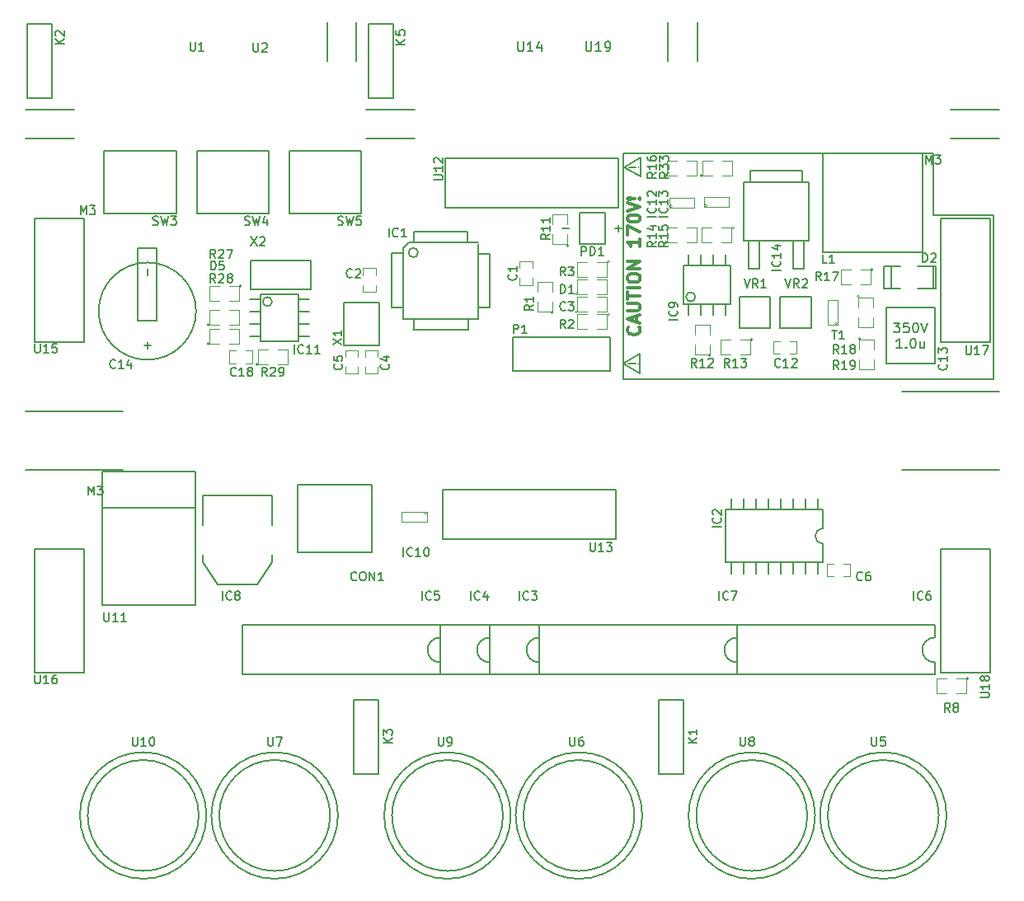
<source format=gto>
G04 (created by PCBNEW (2013-07-07 BZR 4022)-stable) date 2014/09/08 2:45:12*
%MOIN*%
G04 Gerber Fmt 3.4, Leading zero omitted, Abs format*
%FSLAX34Y34*%
G01*
G70*
G90*
G04 APERTURE LIST*
%ADD10C,0.00590551*%
%ADD11C,0.00787402*%
%ADD12C,0.011811*%
%ADD13C,0.005*%
%ADD14C,0.006*%
%ADD15C,0.0031*%
%ADD16C,0.0039*%
%ADD17C,0.0047*%
%ADD18C,0.008*%
G04 APERTURE END LIST*
G54D10*
G54D11*
X0Y30708D02*
X1968Y30708D01*
X13385Y33858D02*
X13385Y35433D01*
X13779Y30708D02*
X15748Y30708D01*
X15748Y31889D02*
X13779Y31889D01*
X25984Y35433D02*
X25984Y33858D01*
X0Y31889D02*
X1968Y31889D01*
X12204Y35433D02*
X12204Y33858D01*
X27165Y33858D02*
X27165Y35433D01*
X12204Y35433D02*
X12204Y33858D01*
X0Y31889D02*
X1968Y31889D01*
X37401Y31889D02*
X39370Y31889D01*
X37401Y30708D02*
X39370Y30708D01*
X35433Y20472D02*
X39370Y20472D01*
X35433Y17322D02*
X39370Y17322D01*
X0Y19685D02*
X3937Y19685D01*
X3937Y17322D02*
X0Y17322D01*
X35112Y23265D02*
X35356Y23265D01*
X35224Y23115D01*
X35281Y23115D01*
X35318Y23097D01*
X35337Y23078D01*
X35356Y23040D01*
X35356Y22947D01*
X35337Y22909D01*
X35318Y22890D01*
X35281Y22872D01*
X35168Y22872D01*
X35131Y22890D01*
X35112Y22909D01*
X35712Y23265D02*
X35524Y23265D01*
X35506Y23078D01*
X35524Y23097D01*
X35562Y23115D01*
X35656Y23115D01*
X35693Y23097D01*
X35712Y23078D01*
X35731Y23040D01*
X35731Y22947D01*
X35712Y22909D01*
X35693Y22890D01*
X35656Y22872D01*
X35562Y22872D01*
X35524Y22890D01*
X35506Y22909D01*
X35974Y23265D02*
X36012Y23265D01*
X36049Y23247D01*
X36068Y23228D01*
X36087Y23190D01*
X36106Y23115D01*
X36106Y23022D01*
X36087Y22947D01*
X36068Y22909D01*
X36049Y22890D01*
X36012Y22872D01*
X35974Y22872D01*
X35937Y22890D01*
X35918Y22909D01*
X35899Y22947D01*
X35881Y23022D01*
X35881Y23115D01*
X35899Y23190D01*
X35918Y23228D01*
X35937Y23247D01*
X35974Y23265D01*
X36218Y23265D02*
X36349Y22872D01*
X36481Y23265D01*
X35440Y22242D02*
X35215Y22242D01*
X35328Y22242D02*
X35328Y22635D01*
X35290Y22579D01*
X35253Y22542D01*
X35215Y22523D01*
X35609Y22279D02*
X35628Y22260D01*
X35609Y22242D01*
X35590Y22260D01*
X35609Y22279D01*
X35609Y22242D01*
X35871Y22635D02*
X35909Y22635D01*
X35946Y22617D01*
X35965Y22598D01*
X35984Y22560D01*
X36002Y22485D01*
X36002Y22392D01*
X35984Y22317D01*
X35965Y22279D01*
X35946Y22260D01*
X35909Y22242D01*
X35871Y22242D01*
X35834Y22260D01*
X35815Y22279D01*
X35796Y22317D01*
X35778Y22392D01*
X35778Y22485D01*
X35796Y22560D01*
X35815Y22598D01*
X35834Y22617D01*
X35871Y22635D01*
X36340Y22504D02*
X36340Y22242D01*
X36171Y22504D02*
X36171Y22298D01*
X36190Y22260D01*
X36227Y22242D01*
X36284Y22242D01*
X36321Y22260D01*
X36340Y22279D01*
X35000Y24685D02*
X35039Y24685D01*
X35000Y25551D02*
X35000Y24685D01*
X39143Y21003D02*
X24183Y21003D01*
X39143Y21082D02*
X39143Y21003D01*
X39143Y27618D02*
X39143Y21082D01*
X36702Y27618D02*
X39143Y27618D01*
X36702Y30137D02*
X36702Y27618D01*
X24183Y30137D02*
X36702Y30137D01*
X24183Y21003D02*
X24183Y30137D01*
X24868Y29963D02*
X24868Y29176D01*
X24868Y29176D02*
X24191Y29570D01*
X24868Y29963D02*
X24191Y29570D01*
X24790Y29560D02*
G75*
G03X24790Y29560I-9J0D01*
G74*
G01*
X24681Y29560D02*
X24396Y29560D01*
X24396Y29560D02*
X24396Y29570D01*
X24406Y29570D02*
X24681Y29570D01*
X24394Y21625D02*
X24670Y21625D01*
X24384Y21615D02*
X24384Y21625D01*
X24670Y21615D02*
X24384Y21615D01*
X24778Y21615D02*
G75*
G03X24778Y21615I-9J0D01*
G74*
G01*
X24857Y22018D02*
X24180Y21625D01*
X24857Y21231D02*
X24180Y21625D01*
X24857Y22018D02*
X24857Y21231D01*
G54D12*
X24804Y23101D02*
X24828Y23077D01*
X24852Y23004D01*
X24852Y22955D01*
X24828Y22882D01*
X24779Y22833D01*
X24730Y22809D01*
X24633Y22784D01*
X24560Y22784D01*
X24462Y22809D01*
X24414Y22833D01*
X24365Y22882D01*
X24341Y22955D01*
X24341Y23004D01*
X24365Y23077D01*
X24389Y23101D01*
X24706Y23296D02*
X24706Y23540D01*
X24852Y23248D02*
X24341Y23418D01*
X24852Y23589D01*
X24341Y23759D02*
X24755Y23759D01*
X24804Y23784D01*
X24828Y23808D01*
X24852Y23857D01*
X24852Y23954D01*
X24828Y24003D01*
X24804Y24027D01*
X24755Y24052D01*
X24341Y24052D01*
X24341Y24222D02*
X24341Y24515D01*
X24852Y24369D02*
X24341Y24369D01*
X24852Y24685D02*
X24341Y24685D01*
X24341Y25027D02*
X24341Y25124D01*
X24365Y25173D01*
X24414Y25222D01*
X24511Y25246D01*
X24682Y25246D01*
X24779Y25222D01*
X24828Y25173D01*
X24852Y25124D01*
X24852Y25027D01*
X24828Y24978D01*
X24779Y24929D01*
X24682Y24905D01*
X24511Y24905D01*
X24414Y24929D01*
X24365Y24978D01*
X24341Y25027D01*
X24852Y25465D02*
X24341Y25465D01*
X24852Y25758D01*
X24341Y25758D01*
X24852Y26660D02*
X24852Y26367D01*
X24852Y26513D02*
X24341Y26513D01*
X24414Y26465D01*
X24462Y26416D01*
X24487Y26367D01*
X24341Y26830D02*
X24341Y27171D01*
X24852Y26952D01*
X24341Y27464D02*
X24341Y27513D01*
X24365Y27561D01*
X24389Y27586D01*
X24438Y27610D01*
X24535Y27634D01*
X24657Y27634D01*
X24755Y27610D01*
X24804Y27586D01*
X24828Y27561D01*
X24852Y27513D01*
X24852Y27464D01*
X24828Y27415D01*
X24804Y27391D01*
X24755Y27366D01*
X24657Y27342D01*
X24535Y27342D01*
X24438Y27366D01*
X24389Y27391D01*
X24365Y27415D01*
X24341Y27464D01*
X24341Y27781D02*
X24852Y27951D01*
X24341Y28122D01*
X24804Y28293D02*
X24828Y28317D01*
X24852Y28293D01*
X24828Y28268D01*
X24804Y28293D01*
X24852Y28293D01*
X24657Y28293D02*
X24365Y28268D01*
X24341Y28293D01*
X24365Y28317D01*
X24657Y28293D01*
X24341Y28293D01*
G54D10*
X1090Y35358D02*
X1090Y32358D01*
X1090Y32358D02*
X90Y32358D01*
X90Y32358D02*
X90Y35358D01*
X90Y35358D02*
X1090Y35358D01*
X32244Y13582D02*
X32244Y14330D01*
X31929Y14645D02*
G75*
G03X32244Y14330I314J0D01*
G74*
G01*
X32244Y14960D02*
G75*
G03X31929Y14645I0J-314D01*
G74*
G01*
X32244Y14960D02*
X32244Y15708D01*
X28307Y13582D02*
X32244Y13582D01*
X32244Y15708D02*
X28307Y15708D01*
X28307Y15708D02*
X28307Y13582D01*
G54D13*
X31025Y13550D02*
X31025Y13120D01*
X30525Y13550D02*
X30525Y13120D01*
X30025Y13550D02*
X30025Y13120D01*
X31525Y13550D02*
X31525Y13120D01*
X32025Y13120D02*
X32025Y13550D01*
X29525Y13120D02*
X29525Y13550D01*
X29025Y13120D02*
X29025Y13550D01*
X28525Y13120D02*
X28525Y13550D01*
X28525Y15740D02*
X28525Y16170D01*
X29025Y15740D02*
X29025Y16170D01*
X29525Y15740D02*
X29525Y16170D01*
X32025Y15740D02*
X32025Y16170D01*
X31525Y16170D02*
X31525Y15740D01*
X30025Y16170D02*
X30025Y15740D01*
X30525Y16170D02*
X30525Y15740D01*
X31025Y16170D02*
X31025Y15740D01*
G54D10*
X28758Y10541D02*
G75*
G03X28258Y10041I0J-500D01*
G74*
G01*
X28258Y10041D02*
G75*
G03X28758Y9541I500J0D01*
G74*
G01*
X28758Y9541D02*
X28758Y9041D01*
X28758Y9041D02*
X20758Y9041D01*
X20758Y9041D02*
X20758Y11041D01*
X20758Y11041D02*
X28758Y11041D01*
X28758Y11041D02*
X28758Y10541D01*
G54D14*
X18781Y23890D02*
X18331Y23890D01*
X18781Y26070D02*
X18341Y26070D01*
X18781Y23890D02*
X18781Y26070D01*
X17901Y23420D02*
X17901Y22990D01*
X15691Y23410D02*
X15691Y22990D01*
X15681Y22990D02*
X17901Y22980D01*
X15701Y26960D02*
X17871Y26970D01*
X15271Y26270D02*
X15271Y23440D01*
X17881Y26960D02*
X17881Y26550D01*
X15521Y26510D02*
X18301Y26510D01*
X18321Y23430D02*
X18321Y26470D01*
X15271Y23430D02*
X18271Y23430D01*
X14821Y26100D02*
X14821Y23880D01*
X14821Y23880D02*
X15271Y23880D01*
X15275Y26280D02*
X15505Y26510D01*
X14823Y26100D02*
X15275Y26100D01*
X15701Y26510D02*
X15701Y26962D01*
X15871Y26106D02*
G75*
G03X15871Y26106I-188J0D01*
G74*
G01*
G54D10*
X14014Y13974D02*
X11022Y13974D01*
X11022Y13974D02*
X11022Y16730D01*
X11022Y16730D02*
X14014Y16730D01*
X14014Y16730D02*
X14014Y13974D01*
X3129Y15787D02*
X6889Y15787D01*
X3110Y11850D02*
X3110Y17263D01*
X3110Y17263D02*
X6889Y17263D01*
X6889Y17263D02*
X6889Y11850D01*
X6889Y11850D02*
X3110Y11850D01*
X36262Y30121D02*
X32246Y30121D01*
X32246Y30121D02*
X32246Y26105D01*
X32246Y26105D02*
X36262Y26105D01*
X36262Y26105D02*
X36262Y30121D01*
G54D13*
X26611Y25586D02*
X26611Y24026D01*
X26611Y24026D02*
X28511Y24026D01*
X28511Y24026D02*
X28511Y25586D01*
X28511Y25586D02*
X26611Y25586D01*
X26811Y25586D02*
X26811Y26016D01*
X27311Y25586D02*
X27311Y26016D01*
X27811Y25586D02*
X27811Y26016D01*
X28311Y26016D02*
X28311Y25586D01*
X28311Y24026D02*
X28311Y23596D01*
X27811Y23596D02*
X27811Y24026D01*
X27311Y23596D02*
X27311Y24026D01*
X26811Y23596D02*
X26811Y24026D01*
X27087Y24316D02*
G75*
G03X27087Y24316I-186J0D01*
G74*
G01*
G54D15*
X32838Y23237D02*
G75*
G03X32838Y23237I-62J0D01*
G74*
G01*
X32437Y24200D02*
X32837Y24200D01*
X32437Y23175D02*
X32837Y23175D01*
X32837Y24200D02*
X32837Y23175D01*
X32437Y23175D02*
X32437Y24200D01*
G54D13*
X11055Y24414D02*
X9495Y24414D01*
X9495Y24414D02*
X9495Y22514D01*
X9495Y22514D02*
X11055Y22514D01*
X11055Y22514D02*
X11055Y24414D01*
X11055Y24214D02*
X11485Y24214D01*
X11055Y23714D02*
X11485Y23714D01*
X11055Y23214D02*
X11485Y23214D01*
X11485Y22714D02*
X11055Y22714D01*
X9495Y22714D02*
X9065Y22714D01*
X9065Y23214D02*
X9495Y23214D01*
X9065Y23714D02*
X9495Y23714D01*
X9065Y24214D02*
X9495Y24214D01*
X9971Y24124D02*
G75*
G03X9971Y24124I-186J0D01*
G74*
G01*
X36708Y24668D02*
X36808Y24668D01*
X36808Y24668D02*
X36808Y25568D01*
X36808Y25568D02*
X36708Y25568D01*
X36708Y24668D02*
X36708Y25568D01*
X36708Y25568D02*
X36058Y25568D01*
X35358Y24668D02*
X34708Y24668D01*
X34708Y24668D02*
X34708Y25568D01*
X34708Y25568D02*
X35358Y25568D01*
X36058Y24668D02*
X36708Y24668D01*
G54D16*
X25938Y26514D02*
G75*
G03X25938Y26514I-50J0D01*
G74*
G01*
X26338Y26514D02*
X25938Y26514D01*
X25938Y26514D02*
X25938Y27114D01*
X25938Y27114D02*
X26338Y27114D01*
X26738Y27114D02*
X27138Y27114D01*
X27138Y27114D02*
X27138Y26514D01*
X27138Y26514D02*
X26738Y26514D01*
X33768Y22621D02*
G75*
G03X33768Y22621I-50J0D01*
G74*
G01*
X33718Y22171D02*
X33718Y22571D01*
X33718Y22571D02*
X34318Y22571D01*
X34318Y22571D02*
X34318Y22171D01*
X34318Y21771D02*
X34318Y21371D01*
X34318Y21371D02*
X33718Y21371D01*
X33718Y21371D02*
X33718Y21771D01*
X33726Y24350D02*
G75*
G03X33726Y24350I-50J0D01*
G74*
G01*
X33676Y23900D02*
X33676Y24300D01*
X33676Y24300D02*
X34276Y24300D01*
X34276Y24300D02*
X34276Y23900D01*
X34276Y23500D02*
X34276Y23100D01*
X34276Y23100D02*
X33676Y23100D01*
X33676Y23100D02*
X33676Y23500D01*
X34282Y25418D02*
G75*
G03X34282Y25418I-50J0D01*
G74*
G01*
X33782Y25418D02*
X34182Y25418D01*
X34182Y25418D02*
X34182Y24818D01*
X34182Y24818D02*
X33782Y24818D01*
X33382Y24818D02*
X32982Y24818D01*
X32982Y24818D02*
X32982Y25418D01*
X32982Y25418D02*
X33382Y25418D01*
X21974Y26397D02*
G75*
G03X21974Y26397I-50J0D01*
G74*
G01*
X21924Y26847D02*
X21924Y26447D01*
X21924Y26447D02*
X21324Y26447D01*
X21324Y26447D02*
X21324Y26847D01*
X21324Y27247D02*
X21324Y27647D01*
X21324Y27647D02*
X21924Y27647D01*
X21924Y27647D02*
X21924Y27247D01*
X27712Y21948D02*
G75*
G03X27712Y21948I-50J0D01*
G74*
G01*
X27662Y22398D02*
X27662Y21998D01*
X27662Y21998D02*
X27062Y21998D01*
X27062Y21998D02*
X27062Y22398D01*
X27062Y22798D02*
X27062Y23198D01*
X27062Y23198D02*
X27662Y23198D01*
X27662Y23198D02*
X27662Y22798D01*
X29400Y22583D02*
G75*
G03X29400Y22583I-50J0D01*
G74*
G01*
X28900Y22583D02*
X29300Y22583D01*
X29300Y22583D02*
X29300Y21983D01*
X29300Y21983D02*
X28900Y21983D01*
X28500Y21983D02*
X28100Y21983D01*
X28100Y21983D02*
X28100Y22583D01*
X28100Y22583D02*
X28500Y22583D01*
X28655Y27114D02*
G75*
G03X28655Y27114I-50J0D01*
G74*
G01*
X28155Y27114D02*
X28555Y27114D01*
X28555Y27114D02*
X28555Y26514D01*
X28555Y26514D02*
X28155Y26514D01*
X27755Y26514D02*
X27355Y26514D01*
X27355Y26514D02*
X27355Y27114D01*
X27355Y27114D02*
X27755Y27114D01*
X25945Y29227D02*
G75*
G03X25945Y29227I-50J0D01*
G74*
G01*
X26345Y29227D02*
X25945Y29227D01*
X25945Y29227D02*
X25945Y29827D01*
X25945Y29827D02*
X26345Y29827D01*
X26745Y29827D02*
X27145Y29827D01*
X27145Y29827D02*
X27145Y29227D01*
X27145Y29227D02*
X26745Y29227D01*
X7441Y22416D02*
G75*
G03X7441Y22416I-50J0D01*
G74*
G01*
X7841Y22416D02*
X7441Y22416D01*
X7441Y22416D02*
X7441Y23016D01*
X7441Y23016D02*
X7841Y23016D01*
X8241Y23016D02*
X8641Y23016D01*
X8641Y23016D02*
X8641Y22416D01*
X8641Y22416D02*
X8241Y22416D01*
X8741Y24748D02*
G75*
G03X8741Y24748I-50J0D01*
G74*
G01*
X8241Y24748D02*
X8641Y24748D01*
X8641Y24748D02*
X8641Y24148D01*
X8641Y24148D02*
X8241Y24148D01*
X7841Y24148D02*
X7441Y24148D01*
X7441Y24148D02*
X7441Y24748D01*
X7441Y24748D02*
X7841Y24748D01*
X22323Y23715D02*
G75*
G03X22323Y23715I-50J0D01*
G74*
G01*
X22723Y23715D02*
X22323Y23715D01*
X22323Y23715D02*
X22323Y24315D01*
X22323Y24315D02*
X22723Y24315D01*
X23123Y24315D02*
X23523Y24315D01*
X23523Y24315D02*
X23523Y23715D01*
X23523Y23715D02*
X23123Y23715D01*
X23623Y25733D02*
G75*
G03X23623Y25733I-50J0D01*
G74*
G01*
X23123Y25733D02*
X23523Y25733D01*
X23523Y25733D02*
X23523Y25133D01*
X23523Y25133D02*
X23123Y25133D01*
X22723Y25133D02*
X22323Y25133D01*
X22323Y25133D02*
X22323Y25733D01*
X22323Y25733D02*
X22723Y25733D01*
X22323Y24424D02*
G75*
G03X22323Y24424I-50J0D01*
G74*
G01*
X22723Y24424D02*
X22323Y24424D01*
X22323Y24424D02*
X22323Y25024D01*
X22323Y25024D02*
X22723Y25024D01*
X23123Y25024D02*
X23523Y25024D01*
X23523Y25024D02*
X23523Y24424D01*
X23523Y24424D02*
X23123Y24424D01*
X23623Y23607D02*
G75*
G03X23623Y23607I-50J0D01*
G74*
G01*
X23123Y23607D02*
X23523Y23607D01*
X23523Y23607D02*
X23523Y23007D01*
X23523Y23007D02*
X23123Y23007D01*
X22723Y23007D02*
X22323Y23007D01*
X22323Y23007D02*
X22323Y23607D01*
X22323Y23607D02*
X22723Y23607D01*
X7441Y23203D02*
G75*
G03X7441Y23203I-50J0D01*
G74*
G01*
X7841Y23203D02*
X7441Y23203D01*
X7441Y23203D02*
X7441Y23803D01*
X7441Y23803D02*
X7841Y23803D01*
X8241Y23803D02*
X8641Y23803D01*
X8641Y23803D02*
X8641Y23203D01*
X8641Y23203D02*
X8241Y23203D01*
X9409Y21589D02*
G75*
G03X9409Y21589I-50J0D01*
G74*
G01*
X9809Y21589D02*
X9409Y21589D01*
X9409Y21589D02*
X9409Y22189D01*
X9409Y22189D02*
X9809Y22189D01*
X10209Y22189D02*
X10609Y22189D01*
X10609Y22189D02*
X10609Y21589D01*
X10609Y21589D02*
X10209Y21589D01*
X38140Y8882D02*
G75*
G03X38140Y8882I-50J0D01*
G74*
G01*
X37640Y8882D02*
X38040Y8882D01*
X38040Y8882D02*
X38040Y8282D01*
X38040Y8282D02*
X37640Y8282D01*
X37240Y8282D02*
X36840Y8282D01*
X36840Y8282D02*
X36840Y8882D01*
X36840Y8882D02*
X37240Y8882D01*
X21344Y23680D02*
G75*
G03X21344Y23680I-50J0D01*
G74*
G01*
X21294Y24130D02*
X21294Y23730D01*
X21294Y23730D02*
X20694Y23730D01*
X20694Y23730D02*
X20694Y24130D01*
X20694Y24530D02*
X20694Y24930D01*
X20694Y24930D02*
X21294Y24930D01*
X21294Y24930D02*
X21294Y24530D01*
G54D17*
X8513Y22145D02*
X8238Y22145D01*
X8907Y22145D02*
X9182Y22145D01*
X8513Y21633D02*
X8238Y21633D01*
X9182Y21633D02*
X8907Y21633D01*
X8238Y21639D02*
X8238Y22139D01*
X9182Y22139D02*
X9182Y21639D01*
X32677Y13523D02*
X32402Y13523D01*
X33071Y13523D02*
X33346Y13523D01*
X32677Y13011D02*
X32402Y13011D01*
X33346Y13011D02*
X33071Y13011D01*
X32402Y13017D02*
X32402Y13517D01*
X33346Y13517D02*
X33346Y13017D01*
X20502Y25472D02*
X20502Y25747D01*
X20502Y25078D02*
X20502Y24803D01*
X19990Y25472D02*
X19990Y25747D01*
X19990Y24803D02*
X19990Y25078D01*
X19996Y25747D02*
X20496Y25747D01*
X20496Y24803D02*
X19996Y24803D01*
X12942Y21495D02*
X12942Y21220D01*
X12942Y21889D02*
X12942Y22164D01*
X13454Y21495D02*
X13454Y21220D01*
X13454Y22164D02*
X13454Y21889D01*
X13448Y21220D02*
X12948Y21220D01*
X12948Y22164D02*
X13448Y22164D01*
X13730Y21495D02*
X13730Y21220D01*
X13730Y21889D02*
X13730Y22164D01*
X14242Y21495D02*
X14242Y21220D01*
X14242Y22164D02*
X14242Y21889D01*
X14236Y21220D02*
X13736Y21220D01*
X13736Y22164D02*
X14236Y22164D01*
X13651Y24803D02*
X13651Y24528D01*
X13651Y25197D02*
X13651Y25472D01*
X14163Y24803D02*
X14163Y24528D01*
X14163Y25472D02*
X14163Y25197D01*
X14157Y24528D02*
X13657Y24528D01*
X13657Y25472D02*
X14157Y25472D01*
X30915Y22007D02*
X31190Y22007D01*
X30521Y22007D02*
X30246Y22007D01*
X30915Y22519D02*
X31190Y22519D01*
X30246Y22519D02*
X30521Y22519D01*
X31190Y22513D02*
X31190Y22013D01*
X30246Y22013D02*
X30246Y22513D01*
G54D18*
X9982Y15088D02*
X9982Y16288D01*
X9982Y16288D02*
X7182Y16288D01*
X7182Y16288D02*
X7182Y15088D01*
X9982Y13888D02*
X9982Y13588D01*
X9982Y13588D02*
X9382Y12688D01*
X9382Y12688D02*
X7782Y12688D01*
X7782Y12688D02*
X7182Y13588D01*
X7182Y13588D02*
X7182Y13888D01*
G54D10*
X30118Y23070D02*
X30118Y24330D01*
X30118Y24330D02*
X28858Y24330D01*
X28858Y24330D02*
X28858Y23070D01*
X28858Y23070D02*
X30118Y23070D01*
X31771Y23070D02*
X31771Y24330D01*
X31771Y24330D02*
X30511Y24330D01*
X30511Y24330D02*
X30511Y23070D01*
X30511Y23070D02*
X31771Y23070D01*
X36771Y21633D02*
X34803Y21633D01*
X34803Y21633D02*
X34803Y23877D01*
X34803Y23877D02*
X36771Y23877D01*
X36771Y23877D02*
X36771Y21633D01*
X23454Y26456D02*
X23454Y27716D01*
X23454Y27716D02*
X22391Y27716D01*
X22391Y27716D02*
X22391Y26456D01*
X22391Y26456D02*
X23454Y26456D01*
X12637Y3346D02*
G75*
G03X12637Y3346I-2559J0D01*
G74*
G01*
X12322Y3346D02*
G75*
G03X12322Y3346I-2244J0D01*
G74*
G01*
X7322Y3346D02*
G75*
G03X7322Y3346I-2559J0D01*
G74*
G01*
X7007Y3346D02*
G75*
G03X7007Y3346I-2244J0D01*
G74*
G01*
X19624Y3344D02*
G75*
G03X19624Y3344I-2559J0D01*
G74*
G01*
X19309Y3344D02*
G75*
G03X19309Y3344I-2244J0D01*
G74*
G01*
X24939Y3344D02*
G75*
G03X24939Y3344I-2559J0D01*
G74*
G01*
X24624Y3344D02*
G75*
G03X24624Y3344I-2244J0D01*
G74*
G01*
X31927Y3344D02*
G75*
G03X31927Y3344I-2559J0D01*
G74*
G01*
X31612Y3344D02*
G75*
G03X31612Y3344I-2244J0D01*
G74*
G01*
X37242Y3344D02*
G75*
G03X37242Y3344I-2559J0D01*
G74*
G01*
X36927Y3344D02*
G75*
G03X36927Y3344I-2244J0D01*
G74*
G01*
X5324Y23346D02*
X5324Y26299D01*
X4537Y26299D02*
X4537Y23346D01*
X4537Y26299D02*
X5324Y26299D01*
X5324Y23346D02*
X4537Y23346D01*
X6899Y23740D02*
G75*
G03X6899Y23740I-1968J0D01*
G74*
G01*
X11535Y24606D02*
X11535Y25787D01*
X11535Y25787D02*
X9094Y25787D01*
X9094Y25787D02*
X9094Y24606D01*
X9094Y24606D02*
X11535Y24606D01*
X12883Y22362D02*
X14301Y22362D01*
X14301Y22362D02*
X14301Y24094D01*
X14301Y24094D02*
X12883Y24094D01*
X12883Y24094D02*
X12883Y22362D01*
X19694Y22696D02*
X23631Y22696D01*
X23631Y22696D02*
X23631Y21318D01*
X23631Y21318D02*
X19694Y21318D01*
X19694Y21318D02*
X19694Y22696D01*
X14279Y8035D02*
X14279Y5035D01*
X14279Y5035D02*
X13279Y5035D01*
X13279Y5035D02*
X13279Y8035D01*
X13279Y8035D02*
X14279Y8035D01*
X26602Y8035D02*
X26602Y5035D01*
X26602Y5035D02*
X25602Y5035D01*
X25602Y5035D02*
X25602Y8035D01*
X25602Y8035D02*
X26602Y8035D01*
X18758Y9541D02*
X18758Y9041D01*
X18758Y9041D02*
X16758Y9041D01*
X16758Y9041D02*
X16758Y11041D01*
X16758Y11041D02*
X18758Y11041D01*
X18758Y11041D02*
X18758Y10541D01*
X18758Y10541D02*
G75*
G03X18258Y10041I0J-500D01*
G74*
G01*
X18258Y10041D02*
G75*
G03X18758Y9541I500J0D01*
G74*
G01*
X20758Y9541D02*
X20758Y9041D01*
X20758Y9041D02*
X18758Y9041D01*
X18758Y9041D02*
X18758Y11041D01*
X18758Y11041D02*
X20758Y11041D01*
X20758Y11041D02*
X20758Y10541D01*
X20758Y10541D02*
G75*
G03X20258Y10041I0J-500D01*
G74*
G01*
X20258Y10041D02*
G75*
G03X20758Y9541I500J0D01*
G74*
G01*
X36992Y27500D02*
X38992Y27500D01*
X38992Y27500D02*
X38992Y22500D01*
X38992Y22500D02*
X36992Y22500D01*
X36992Y22500D02*
X36992Y27500D01*
X377Y27500D02*
X2377Y27500D01*
X2377Y27500D02*
X2377Y22500D01*
X2377Y22500D02*
X377Y22500D01*
X377Y22500D02*
X377Y27500D01*
X36992Y14114D02*
X38992Y14114D01*
X38992Y14114D02*
X38992Y9114D01*
X38992Y9114D02*
X36992Y9114D01*
X36992Y9114D02*
X36992Y14114D01*
X377Y14114D02*
X2377Y14114D01*
X2377Y14114D02*
X2377Y9114D01*
X2377Y9114D02*
X377Y9114D01*
X377Y9114D02*
X377Y14114D01*
X16758Y10541D02*
G75*
G03X16258Y10041I0J-500D01*
G74*
G01*
X16258Y10041D02*
G75*
G03X16758Y9541I500J0D01*
G74*
G01*
X16758Y9541D02*
X16758Y9041D01*
X16758Y9041D02*
X8758Y9041D01*
X8758Y9041D02*
X8758Y11041D01*
X8758Y11041D02*
X16758Y11041D01*
X16758Y11041D02*
X16758Y10541D01*
X36758Y10541D02*
G75*
G03X36258Y10041I0J-500D01*
G74*
G01*
X36258Y10041D02*
G75*
G03X36758Y9541I500J0D01*
G74*
G01*
X36758Y9541D02*
X36758Y9041D01*
X36758Y9041D02*
X28758Y9041D01*
X28758Y9041D02*
X28758Y11041D01*
X28758Y11041D02*
X36758Y11041D01*
X36758Y11041D02*
X36758Y10541D01*
X3188Y27677D02*
X3188Y30236D01*
X3188Y30236D02*
X6102Y30236D01*
X6102Y30236D02*
X6102Y27677D01*
X6102Y27677D02*
X3188Y27677D01*
X6929Y27677D02*
X6929Y30236D01*
X6929Y30236D02*
X9842Y30236D01*
X9842Y30236D02*
X9842Y27677D01*
X9842Y27677D02*
X6929Y27677D01*
X10669Y27677D02*
X10669Y30236D01*
X10669Y30236D02*
X13582Y30236D01*
X13582Y30236D02*
X13582Y27677D01*
X13582Y27677D02*
X10669Y27677D01*
G54D15*
X26154Y27972D02*
G75*
G03X26154Y27972I-62J0D01*
G74*
G01*
X27055Y28310D02*
X27055Y27910D01*
X26030Y28310D02*
X26030Y27910D01*
X27055Y27910D02*
X26030Y27910D01*
X26030Y28310D02*
X27055Y28310D01*
X27555Y28014D02*
G75*
G03X27555Y28014I-62J0D01*
G74*
G01*
X28455Y28352D02*
X28455Y27952D01*
X27430Y28352D02*
X27430Y27952D01*
X28455Y27952D02*
X27430Y27952D01*
X27430Y28352D02*
X28455Y28352D01*
X16234Y15571D02*
G75*
G03X16234Y15571I-62J0D01*
G74*
G01*
X15208Y15233D02*
X15208Y15633D01*
X16233Y15233D02*
X16233Y15633D01*
X15208Y15633D02*
X16233Y15633D01*
X16233Y15233D02*
X15208Y15233D01*
G54D13*
X29292Y28952D02*
X29292Y29422D01*
X29292Y29422D02*
X31422Y29422D01*
X31422Y29422D02*
X31422Y28947D01*
X31037Y26587D02*
X31037Y25442D01*
X31487Y25442D02*
X31487Y26587D01*
X31037Y25442D02*
X31487Y25442D01*
X29227Y25442D02*
X29677Y25442D01*
X29677Y25442D02*
X29677Y26587D01*
X29227Y26587D02*
X29227Y25442D01*
X31677Y26587D02*
X31677Y28947D01*
X31677Y28947D02*
X29037Y28947D01*
X29037Y28947D02*
X29037Y26587D01*
X31677Y26587D02*
X29037Y26587D01*
G54D16*
X27372Y29217D02*
G75*
G03X27372Y29217I-50J0D01*
G74*
G01*
X27772Y29217D02*
X27372Y29217D01*
X27372Y29217D02*
X27372Y29817D01*
X27372Y29817D02*
X27772Y29817D01*
X28172Y29817D02*
X28572Y29817D01*
X28572Y29817D02*
X28572Y29217D01*
X28572Y29217D02*
X28172Y29217D01*
G54D10*
X16982Y27937D02*
X23982Y27937D01*
X23982Y27937D02*
X23982Y29937D01*
X23982Y29937D02*
X16982Y29937D01*
X16982Y29937D02*
X16982Y27937D01*
X16864Y14511D02*
X23864Y14511D01*
X23864Y14511D02*
X23864Y16511D01*
X23864Y16511D02*
X16864Y16511D01*
X16864Y16511D02*
X16864Y14511D01*
X14870Y35358D02*
X14870Y32358D01*
X14870Y32358D02*
X13870Y32358D01*
X13870Y32358D02*
X13870Y35358D01*
X13870Y35358D02*
X14870Y35358D01*
G54D11*
X1560Y34541D02*
X1206Y34541D01*
X1560Y34744D02*
X1358Y34592D01*
X1206Y34744D02*
X1408Y34541D01*
X1240Y34879D02*
X1223Y34895D01*
X1206Y34929D01*
X1206Y35014D01*
X1223Y35047D01*
X1240Y35064D01*
X1273Y35081D01*
X1307Y35081D01*
X1358Y35064D01*
X1560Y34862D01*
X1560Y35081D01*
X28135Y15008D02*
X27781Y15008D01*
X28101Y15379D02*
X28118Y15362D01*
X28135Y15312D01*
X28135Y15278D01*
X28118Y15227D01*
X28084Y15194D01*
X28051Y15177D01*
X27983Y15160D01*
X27933Y15160D01*
X27865Y15177D01*
X27831Y15194D01*
X27798Y15227D01*
X27781Y15278D01*
X27781Y15312D01*
X27798Y15362D01*
X27814Y15379D01*
X27814Y15514D02*
X27798Y15531D01*
X27781Y15565D01*
X27781Y15649D01*
X27798Y15683D01*
X27814Y15700D01*
X27848Y15717D01*
X27882Y15717D01*
X27933Y15700D01*
X28135Y15497D01*
X28135Y15717D01*
X28039Y12061D02*
X28039Y12415D01*
X28411Y12095D02*
X28394Y12078D01*
X28343Y12061D01*
X28309Y12061D01*
X28259Y12078D01*
X28225Y12111D01*
X28208Y12145D01*
X28191Y12213D01*
X28191Y12263D01*
X28208Y12331D01*
X28225Y12365D01*
X28259Y12398D01*
X28309Y12415D01*
X28343Y12415D01*
X28394Y12398D01*
X28411Y12381D01*
X28529Y12415D02*
X28765Y12415D01*
X28613Y12061D01*
X14693Y26746D02*
X14693Y27100D01*
X15064Y26780D02*
X15047Y26763D01*
X14997Y26746D01*
X14963Y26746D01*
X14912Y26763D01*
X14879Y26796D01*
X14862Y26830D01*
X14845Y26898D01*
X14845Y26948D01*
X14862Y27016D01*
X14879Y27050D01*
X14912Y27083D01*
X14963Y27100D01*
X14997Y27100D01*
X15047Y27083D01*
X15064Y27066D01*
X15402Y26746D02*
X15199Y26746D01*
X15300Y26746D02*
X15300Y27100D01*
X15267Y27050D01*
X15233Y27016D01*
X15199Y26999D01*
X13388Y12882D02*
X13371Y12865D01*
X13321Y12848D01*
X13287Y12848D01*
X13236Y12865D01*
X13203Y12899D01*
X13186Y12933D01*
X13169Y13000D01*
X13169Y13051D01*
X13186Y13118D01*
X13203Y13152D01*
X13236Y13186D01*
X13287Y13203D01*
X13321Y13203D01*
X13371Y13186D01*
X13388Y13169D01*
X13607Y13203D02*
X13675Y13203D01*
X13709Y13186D01*
X13742Y13152D01*
X13759Y13084D01*
X13759Y12966D01*
X13742Y12899D01*
X13709Y12865D01*
X13675Y12848D01*
X13607Y12848D01*
X13574Y12865D01*
X13540Y12899D01*
X13523Y12966D01*
X13523Y13084D01*
X13540Y13152D01*
X13574Y13186D01*
X13607Y13203D01*
X13911Y12848D02*
X13911Y13203D01*
X14114Y12848D01*
X14114Y13203D01*
X14468Y12848D02*
X14266Y12848D01*
X14367Y12848D02*
X14367Y13203D01*
X14333Y13152D01*
X14299Y13118D01*
X14266Y13101D01*
X3183Y11549D02*
X3183Y11262D01*
X3200Y11228D01*
X3217Y11212D01*
X3250Y11195D01*
X3318Y11195D01*
X3352Y11212D01*
X3368Y11228D01*
X3385Y11262D01*
X3385Y11549D01*
X3740Y11195D02*
X3537Y11195D01*
X3638Y11195D02*
X3638Y11549D01*
X3605Y11498D01*
X3571Y11465D01*
X3537Y11448D01*
X4077Y11195D02*
X3875Y11195D01*
X3976Y11195D02*
X3976Y11549D01*
X3942Y11498D01*
X3908Y11465D01*
X3875Y11448D01*
X32421Y25683D02*
X32252Y25683D01*
X32252Y26037D01*
X32724Y25683D02*
X32522Y25683D01*
X32623Y25683D02*
X32623Y26037D01*
X32589Y25987D01*
X32556Y25953D01*
X32522Y25936D01*
X26363Y23394D02*
X26009Y23394D01*
X26330Y23765D02*
X26347Y23748D01*
X26363Y23697D01*
X26363Y23664D01*
X26347Y23613D01*
X26313Y23579D01*
X26279Y23562D01*
X26212Y23546D01*
X26161Y23546D01*
X26093Y23562D01*
X26060Y23579D01*
X26026Y23613D01*
X26009Y23664D01*
X26009Y23697D01*
X26026Y23748D01*
X26043Y23765D01*
X26363Y23934D02*
X26363Y24001D01*
X26347Y24035D01*
X26330Y24052D01*
X26279Y24086D01*
X26212Y24102D01*
X26077Y24102D01*
X26043Y24086D01*
X26026Y24069D01*
X26009Y24035D01*
X26009Y23967D01*
X26026Y23934D01*
X26043Y23917D01*
X26077Y23900D01*
X26161Y23900D01*
X26195Y23917D01*
X26212Y23934D01*
X26228Y23967D01*
X26228Y24035D01*
X26212Y24069D01*
X26195Y24086D01*
X26161Y24102D01*
X32604Y22966D02*
X32806Y22966D01*
X32705Y22612D02*
X32705Y22966D01*
X33110Y22612D02*
X32907Y22612D01*
X33008Y22612D02*
X33008Y22966D01*
X32975Y22916D01*
X32941Y22882D01*
X32907Y22865D01*
X10863Y22021D02*
X10863Y22376D01*
X11234Y22055D02*
X11217Y22038D01*
X11167Y22021D01*
X11133Y22021D01*
X11082Y22038D01*
X11048Y22072D01*
X11032Y22106D01*
X11015Y22173D01*
X11015Y22224D01*
X11032Y22291D01*
X11048Y22325D01*
X11082Y22359D01*
X11133Y22376D01*
X11167Y22376D01*
X11217Y22359D01*
X11234Y22342D01*
X11571Y22021D02*
X11369Y22021D01*
X11470Y22021D02*
X11470Y22376D01*
X11437Y22325D01*
X11403Y22291D01*
X11369Y22275D01*
X11909Y22021D02*
X11706Y22021D01*
X11808Y22021D02*
X11808Y22376D01*
X11774Y22325D01*
X11740Y22291D01*
X11706Y22275D01*
X36273Y25722D02*
X36273Y26077D01*
X36358Y26077D01*
X36408Y26060D01*
X36442Y26026D01*
X36459Y25992D01*
X36476Y25925D01*
X36476Y25874D01*
X36459Y25807D01*
X36442Y25773D01*
X36408Y25739D01*
X36358Y25722D01*
X36273Y25722D01*
X36611Y26043D02*
X36628Y26060D01*
X36661Y26077D01*
X36746Y26077D01*
X36780Y26060D01*
X36796Y26043D01*
X36813Y26009D01*
X36813Y25975D01*
X36796Y25925D01*
X36594Y25722D01*
X36813Y25722D01*
X25497Y26543D02*
X25329Y26425D01*
X25497Y26341D02*
X25143Y26341D01*
X25143Y26476D01*
X25160Y26510D01*
X25177Y26526D01*
X25210Y26543D01*
X25261Y26543D01*
X25295Y26526D01*
X25312Y26510D01*
X25329Y26476D01*
X25329Y26341D01*
X25497Y26881D02*
X25497Y26678D01*
X25497Y26780D02*
X25143Y26780D01*
X25194Y26746D01*
X25227Y26712D01*
X25244Y26678D01*
X25261Y27185D02*
X25497Y27185D01*
X25126Y27100D02*
X25379Y27016D01*
X25379Y27235D01*
X32882Y21392D02*
X32764Y21560D01*
X32679Y21392D02*
X32679Y21746D01*
X32814Y21746D01*
X32848Y21729D01*
X32865Y21712D01*
X32882Y21678D01*
X32882Y21628D01*
X32865Y21594D01*
X32848Y21577D01*
X32814Y21560D01*
X32679Y21560D01*
X33219Y21392D02*
X33017Y21392D01*
X33118Y21392D02*
X33118Y21746D01*
X33084Y21695D01*
X33051Y21661D01*
X33017Y21645D01*
X33388Y21392D02*
X33456Y21392D01*
X33489Y21408D01*
X33506Y21425D01*
X33540Y21476D01*
X33557Y21543D01*
X33557Y21678D01*
X33540Y21712D01*
X33523Y21729D01*
X33489Y21746D01*
X33422Y21746D01*
X33388Y21729D01*
X33371Y21712D01*
X33354Y21678D01*
X33354Y21594D01*
X33371Y21560D01*
X33388Y21543D01*
X33422Y21526D01*
X33489Y21526D01*
X33523Y21543D01*
X33540Y21560D01*
X33557Y21594D01*
X32882Y22021D02*
X32764Y22190D01*
X32679Y22021D02*
X32679Y22376D01*
X32814Y22376D01*
X32848Y22359D01*
X32865Y22342D01*
X32882Y22308D01*
X32882Y22258D01*
X32865Y22224D01*
X32848Y22207D01*
X32814Y22190D01*
X32679Y22190D01*
X33219Y22021D02*
X33017Y22021D01*
X33118Y22021D02*
X33118Y22376D01*
X33084Y22325D01*
X33051Y22291D01*
X33017Y22275D01*
X33422Y22224D02*
X33388Y22241D01*
X33371Y22258D01*
X33354Y22291D01*
X33354Y22308D01*
X33371Y22342D01*
X33388Y22359D01*
X33422Y22376D01*
X33489Y22376D01*
X33523Y22359D01*
X33540Y22342D01*
X33557Y22308D01*
X33557Y22291D01*
X33540Y22258D01*
X33523Y22241D01*
X33489Y22224D01*
X33422Y22224D01*
X33388Y22207D01*
X33371Y22190D01*
X33354Y22156D01*
X33354Y22089D01*
X33371Y22055D01*
X33388Y22038D01*
X33422Y22021D01*
X33489Y22021D01*
X33523Y22038D01*
X33540Y22055D01*
X33557Y22089D01*
X33557Y22156D01*
X33540Y22190D01*
X33523Y22207D01*
X33489Y22224D01*
X32173Y24974D02*
X32055Y25143D01*
X31971Y24974D02*
X31971Y25329D01*
X32106Y25329D01*
X32140Y25312D01*
X32156Y25295D01*
X32173Y25261D01*
X32173Y25210D01*
X32156Y25177D01*
X32140Y25160D01*
X32106Y25143D01*
X31971Y25143D01*
X32511Y24974D02*
X32308Y24974D01*
X32410Y24974D02*
X32410Y25329D01*
X32376Y25278D01*
X32342Y25244D01*
X32308Y25227D01*
X32629Y25329D02*
X32865Y25329D01*
X32713Y24974D01*
X21206Y26858D02*
X21037Y26740D01*
X21206Y26656D02*
X20852Y26656D01*
X20852Y26791D01*
X20868Y26825D01*
X20885Y26841D01*
X20919Y26858D01*
X20970Y26858D01*
X21003Y26841D01*
X21020Y26825D01*
X21037Y26791D01*
X21037Y26656D01*
X21206Y27196D02*
X21206Y26993D01*
X21206Y27095D02*
X20852Y27095D01*
X20902Y27061D01*
X20936Y27027D01*
X20953Y26993D01*
X21206Y27533D02*
X21206Y27331D01*
X21206Y27432D02*
X20852Y27432D01*
X20902Y27398D01*
X20936Y27365D01*
X20953Y27331D01*
X27134Y21470D02*
X27016Y21639D01*
X26931Y21470D02*
X26931Y21825D01*
X27066Y21825D01*
X27100Y21808D01*
X27117Y21791D01*
X27134Y21757D01*
X27134Y21706D01*
X27117Y21673D01*
X27100Y21656D01*
X27066Y21639D01*
X26931Y21639D01*
X27471Y21470D02*
X27269Y21470D01*
X27370Y21470D02*
X27370Y21825D01*
X27336Y21774D01*
X27303Y21740D01*
X27269Y21723D01*
X27606Y21791D02*
X27623Y21808D01*
X27657Y21825D01*
X27741Y21825D01*
X27775Y21808D01*
X27792Y21791D01*
X27809Y21757D01*
X27809Y21723D01*
X27792Y21673D01*
X27589Y21470D01*
X27809Y21470D01*
X28473Y21470D02*
X28354Y21639D01*
X28270Y21470D02*
X28270Y21825D01*
X28405Y21825D01*
X28439Y21808D01*
X28456Y21791D01*
X28473Y21757D01*
X28473Y21706D01*
X28456Y21673D01*
X28439Y21656D01*
X28405Y21639D01*
X28270Y21639D01*
X28810Y21470D02*
X28607Y21470D01*
X28709Y21470D02*
X28709Y21825D01*
X28675Y21774D01*
X28641Y21740D01*
X28607Y21723D01*
X28928Y21825D02*
X29147Y21825D01*
X29029Y21690D01*
X29080Y21690D01*
X29114Y21673D01*
X29131Y21656D01*
X29147Y21622D01*
X29147Y21538D01*
X29131Y21504D01*
X29114Y21487D01*
X29080Y21470D01*
X28979Y21470D01*
X28945Y21487D01*
X28928Y21504D01*
X25970Y26543D02*
X25801Y26425D01*
X25970Y26341D02*
X25615Y26341D01*
X25615Y26476D01*
X25632Y26510D01*
X25649Y26526D01*
X25683Y26543D01*
X25733Y26543D01*
X25767Y26526D01*
X25784Y26510D01*
X25801Y26476D01*
X25801Y26341D01*
X25970Y26881D02*
X25970Y26678D01*
X25970Y26780D02*
X25615Y26780D01*
X25666Y26746D01*
X25700Y26712D01*
X25717Y26678D01*
X25615Y27201D02*
X25615Y27033D01*
X25784Y27016D01*
X25767Y27033D01*
X25750Y27066D01*
X25750Y27151D01*
X25767Y27185D01*
X25784Y27201D01*
X25818Y27218D01*
X25902Y27218D01*
X25936Y27201D01*
X25953Y27185D01*
X25970Y27151D01*
X25970Y27066D01*
X25953Y27033D01*
X25936Y27016D01*
X25497Y29339D02*
X25329Y29221D01*
X25497Y29136D02*
X25143Y29136D01*
X25143Y29271D01*
X25160Y29305D01*
X25177Y29322D01*
X25210Y29339D01*
X25261Y29339D01*
X25295Y29322D01*
X25312Y29305D01*
X25329Y29271D01*
X25329Y29136D01*
X25497Y29676D02*
X25497Y29474D01*
X25497Y29575D02*
X25143Y29575D01*
X25194Y29541D01*
X25227Y29507D01*
X25244Y29474D01*
X25143Y29980D02*
X25143Y29912D01*
X25160Y29879D01*
X25177Y29862D01*
X25227Y29828D01*
X25295Y29811D01*
X25430Y29811D01*
X25464Y29828D01*
X25480Y29845D01*
X25497Y29879D01*
X25497Y29946D01*
X25480Y29980D01*
X25464Y29997D01*
X25430Y30014D01*
X25345Y30014D01*
X25312Y29997D01*
X25295Y29980D01*
X25278Y29946D01*
X25278Y29879D01*
X25295Y29845D01*
X25312Y29828D01*
X25345Y29811D01*
X7685Y24895D02*
X7567Y25064D01*
X7483Y24895D02*
X7483Y25250D01*
X7618Y25250D01*
X7651Y25233D01*
X7668Y25216D01*
X7685Y25182D01*
X7685Y25132D01*
X7668Y25098D01*
X7651Y25081D01*
X7618Y25064D01*
X7483Y25064D01*
X7820Y25216D02*
X7837Y25233D01*
X7871Y25250D01*
X7955Y25250D01*
X7989Y25233D01*
X8006Y25216D01*
X8023Y25182D01*
X8023Y25149D01*
X8006Y25098D01*
X7803Y24895D01*
X8023Y24895D01*
X8225Y25098D02*
X8191Y25115D01*
X8174Y25132D01*
X8158Y25165D01*
X8158Y25182D01*
X8174Y25216D01*
X8191Y25233D01*
X8225Y25250D01*
X8293Y25250D01*
X8326Y25233D01*
X8343Y25216D01*
X8360Y25182D01*
X8360Y25165D01*
X8343Y25132D01*
X8326Y25115D01*
X8293Y25098D01*
X8225Y25098D01*
X8191Y25081D01*
X8174Y25064D01*
X8158Y25030D01*
X8158Y24963D01*
X8174Y24929D01*
X8191Y24912D01*
X8225Y24895D01*
X8293Y24895D01*
X8326Y24912D01*
X8343Y24929D01*
X8360Y24963D01*
X8360Y25030D01*
X8343Y25064D01*
X8326Y25081D01*
X8293Y25098D01*
X7685Y25880D02*
X7567Y26048D01*
X7483Y25880D02*
X7483Y26234D01*
X7618Y26234D01*
X7651Y26217D01*
X7668Y26200D01*
X7685Y26167D01*
X7685Y26116D01*
X7668Y26082D01*
X7651Y26065D01*
X7618Y26048D01*
X7483Y26048D01*
X7820Y26200D02*
X7837Y26217D01*
X7871Y26234D01*
X7955Y26234D01*
X7989Y26217D01*
X8006Y26200D01*
X8023Y26167D01*
X8023Y26133D01*
X8006Y26082D01*
X7803Y25880D01*
X8023Y25880D01*
X8141Y26234D02*
X8377Y26234D01*
X8225Y25880D01*
X21830Y23787D02*
X21813Y23771D01*
X21763Y23754D01*
X21729Y23754D01*
X21678Y23771D01*
X21645Y23804D01*
X21628Y23838D01*
X21611Y23906D01*
X21611Y23956D01*
X21628Y24024D01*
X21645Y24057D01*
X21678Y24091D01*
X21729Y24108D01*
X21763Y24108D01*
X21813Y24091D01*
X21830Y24074D01*
X21948Y24108D02*
X22168Y24108D01*
X22050Y23973D01*
X22100Y23973D01*
X22134Y23956D01*
X22151Y23939D01*
X22168Y23906D01*
X22168Y23821D01*
X22151Y23787D01*
X22134Y23771D01*
X22100Y23754D01*
X21999Y23754D01*
X21965Y23771D01*
X21948Y23787D01*
X21830Y25171D02*
X21712Y25340D01*
X21628Y25171D02*
X21628Y25525D01*
X21763Y25525D01*
X21796Y25508D01*
X21813Y25492D01*
X21830Y25458D01*
X21830Y25407D01*
X21813Y25374D01*
X21796Y25357D01*
X21763Y25340D01*
X21628Y25340D01*
X21948Y25525D02*
X22168Y25525D01*
X22050Y25390D01*
X22100Y25390D01*
X22134Y25374D01*
X22151Y25357D01*
X22168Y25323D01*
X22168Y25239D01*
X22151Y25205D01*
X22134Y25188D01*
X22100Y25171D01*
X21999Y25171D01*
X21965Y25188D01*
X21948Y25205D01*
X21628Y24462D02*
X21628Y24817D01*
X21712Y24817D01*
X21763Y24800D01*
X21796Y24766D01*
X21813Y24732D01*
X21830Y24665D01*
X21830Y24614D01*
X21813Y24547D01*
X21796Y24513D01*
X21763Y24479D01*
X21712Y24462D01*
X21628Y24462D01*
X22168Y24462D02*
X21965Y24462D01*
X22066Y24462D02*
X22066Y24817D01*
X22033Y24766D01*
X21999Y24732D01*
X21965Y24715D01*
X21830Y23045D02*
X21712Y23214D01*
X21628Y23045D02*
X21628Y23399D01*
X21763Y23399D01*
X21796Y23383D01*
X21813Y23366D01*
X21830Y23332D01*
X21830Y23281D01*
X21813Y23248D01*
X21796Y23231D01*
X21763Y23214D01*
X21628Y23214D01*
X21965Y23366D02*
X21982Y23383D01*
X22016Y23399D01*
X22100Y23399D01*
X22134Y23383D01*
X22151Y23366D01*
X22168Y23332D01*
X22168Y23298D01*
X22151Y23248D01*
X21948Y23045D01*
X22168Y23045D01*
X7494Y25407D02*
X7494Y25762D01*
X7578Y25762D01*
X7629Y25745D01*
X7663Y25711D01*
X7679Y25677D01*
X7696Y25610D01*
X7696Y25559D01*
X7679Y25492D01*
X7663Y25458D01*
X7629Y25424D01*
X7578Y25407D01*
X7494Y25407D01*
X8017Y25762D02*
X7848Y25762D01*
X7831Y25593D01*
X7848Y25610D01*
X7882Y25627D01*
X7966Y25627D01*
X8000Y25610D01*
X8017Y25593D01*
X8034Y25559D01*
X8034Y25475D01*
X8017Y25441D01*
X8000Y25424D01*
X7966Y25407D01*
X7882Y25407D01*
X7848Y25424D01*
X7831Y25441D01*
X9772Y21116D02*
X9654Y21285D01*
X9569Y21116D02*
X9569Y21470D01*
X9704Y21470D01*
X9738Y21453D01*
X9755Y21437D01*
X9772Y21403D01*
X9772Y21352D01*
X9755Y21318D01*
X9738Y21302D01*
X9704Y21285D01*
X9569Y21285D01*
X9907Y21437D02*
X9924Y21453D01*
X9957Y21470D01*
X10042Y21470D01*
X10075Y21453D01*
X10092Y21437D01*
X10109Y21403D01*
X10109Y21369D01*
X10092Y21318D01*
X9890Y21116D01*
X10109Y21116D01*
X10278Y21116D02*
X10345Y21116D01*
X10379Y21133D01*
X10396Y21150D01*
X10430Y21200D01*
X10447Y21268D01*
X10447Y21403D01*
X10430Y21437D01*
X10413Y21453D01*
X10379Y21470D01*
X10312Y21470D01*
X10278Y21453D01*
X10261Y21437D01*
X10244Y21403D01*
X10244Y21318D01*
X10261Y21285D01*
X10278Y21268D01*
X10312Y21251D01*
X10379Y21251D01*
X10413Y21268D01*
X10430Y21285D01*
X10447Y21318D01*
X37381Y7533D02*
X37263Y7702D01*
X37179Y7533D02*
X37179Y7888D01*
X37314Y7888D01*
X37348Y7871D01*
X37365Y7854D01*
X37381Y7820D01*
X37381Y7769D01*
X37365Y7736D01*
X37348Y7719D01*
X37314Y7702D01*
X37179Y7702D01*
X37584Y7736D02*
X37550Y7753D01*
X37533Y7769D01*
X37516Y7803D01*
X37516Y7820D01*
X37533Y7854D01*
X37550Y7871D01*
X37584Y7888D01*
X37651Y7888D01*
X37685Y7871D01*
X37702Y7854D01*
X37719Y7820D01*
X37719Y7803D01*
X37702Y7769D01*
X37685Y7753D01*
X37651Y7736D01*
X37584Y7736D01*
X37550Y7719D01*
X37533Y7702D01*
X37516Y7668D01*
X37516Y7601D01*
X37533Y7567D01*
X37550Y7550D01*
X37584Y7533D01*
X37651Y7533D01*
X37685Y7550D01*
X37702Y7567D01*
X37719Y7601D01*
X37719Y7668D01*
X37702Y7702D01*
X37685Y7719D01*
X37651Y7736D01*
X20537Y23996D02*
X20368Y23877D01*
X20537Y23793D02*
X20182Y23793D01*
X20182Y23928D01*
X20199Y23962D01*
X20216Y23979D01*
X20250Y23996D01*
X20300Y23996D01*
X20334Y23979D01*
X20351Y23962D01*
X20368Y23928D01*
X20368Y23793D01*
X20537Y24333D02*
X20537Y24131D01*
X20537Y24232D02*
X20182Y24232D01*
X20233Y24198D01*
X20267Y24164D01*
X20284Y24131D01*
X8512Y21150D02*
X8495Y21133D01*
X8444Y21116D01*
X8411Y21116D01*
X8360Y21133D01*
X8326Y21167D01*
X8309Y21200D01*
X8293Y21268D01*
X8293Y21318D01*
X8309Y21386D01*
X8326Y21420D01*
X8360Y21453D01*
X8411Y21470D01*
X8444Y21470D01*
X8495Y21453D01*
X8512Y21437D01*
X8849Y21116D02*
X8647Y21116D01*
X8748Y21116D02*
X8748Y21470D01*
X8714Y21420D01*
X8681Y21386D01*
X8647Y21369D01*
X9052Y21318D02*
X9018Y21335D01*
X9001Y21352D01*
X8984Y21386D01*
X8984Y21403D01*
X9001Y21437D01*
X9018Y21453D01*
X9052Y21470D01*
X9119Y21470D01*
X9153Y21453D01*
X9170Y21437D01*
X9187Y21403D01*
X9187Y21386D01*
X9170Y21352D01*
X9153Y21335D01*
X9119Y21318D01*
X9052Y21318D01*
X9018Y21302D01*
X9001Y21285D01*
X8984Y21251D01*
X8984Y21183D01*
X9001Y21150D01*
X9018Y21133D01*
X9052Y21116D01*
X9119Y21116D01*
X9153Y21133D01*
X9170Y21150D01*
X9187Y21183D01*
X9187Y21251D01*
X9170Y21285D01*
X9153Y21302D01*
X9119Y21318D01*
X33838Y12882D02*
X33821Y12865D01*
X33771Y12848D01*
X33737Y12848D01*
X33686Y12865D01*
X33652Y12899D01*
X33636Y12933D01*
X33619Y13000D01*
X33619Y13051D01*
X33636Y13118D01*
X33652Y13152D01*
X33686Y13186D01*
X33737Y13203D01*
X33771Y13203D01*
X33821Y13186D01*
X33838Y13169D01*
X34142Y13203D02*
X34074Y13203D01*
X34041Y13186D01*
X34024Y13169D01*
X33990Y13118D01*
X33973Y13051D01*
X33973Y12916D01*
X33990Y12882D01*
X34007Y12865D01*
X34041Y12848D01*
X34108Y12848D01*
X34142Y12865D01*
X34159Y12882D01*
X34176Y12916D01*
X34176Y13000D01*
X34159Y13034D01*
X34142Y13051D01*
X34108Y13068D01*
X34041Y13068D01*
X34007Y13051D01*
X33990Y13034D01*
X33973Y13000D01*
X19834Y25216D02*
X19850Y25199D01*
X19867Y25149D01*
X19867Y25115D01*
X19850Y25064D01*
X19817Y25030D01*
X19783Y25014D01*
X19715Y24997D01*
X19665Y24997D01*
X19597Y25014D01*
X19564Y25030D01*
X19530Y25064D01*
X19513Y25115D01*
X19513Y25149D01*
X19530Y25199D01*
X19547Y25216D01*
X19867Y25553D02*
X19867Y25351D01*
X19867Y25452D02*
X19513Y25452D01*
X19564Y25419D01*
X19597Y25385D01*
X19614Y25351D01*
X12786Y21594D02*
X12803Y21577D01*
X12820Y21526D01*
X12820Y21493D01*
X12803Y21442D01*
X12769Y21408D01*
X12736Y21392D01*
X12668Y21375D01*
X12618Y21375D01*
X12550Y21392D01*
X12516Y21408D01*
X12483Y21442D01*
X12466Y21493D01*
X12466Y21526D01*
X12483Y21577D01*
X12500Y21594D01*
X12466Y21915D02*
X12466Y21746D01*
X12634Y21729D01*
X12618Y21746D01*
X12601Y21780D01*
X12601Y21864D01*
X12618Y21898D01*
X12634Y21915D01*
X12668Y21931D01*
X12753Y21931D01*
X12786Y21915D01*
X12803Y21898D01*
X12820Y21864D01*
X12820Y21780D01*
X12803Y21746D01*
X12786Y21729D01*
X14676Y21594D02*
X14693Y21577D01*
X14710Y21526D01*
X14710Y21493D01*
X14693Y21442D01*
X14659Y21408D01*
X14625Y21392D01*
X14558Y21375D01*
X14507Y21375D01*
X14440Y21392D01*
X14406Y21408D01*
X14372Y21442D01*
X14356Y21493D01*
X14356Y21526D01*
X14372Y21577D01*
X14389Y21594D01*
X14474Y21898D02*
X14710Y21898D01*
X14339Y21813D02*
X14592Y21729D01*
X14592Y21948D01*
X13208Y25126D02*
X13191Y25109D01*
X13141Y25092D01*
X13107Y25092D01*
X13056Y25109D01*
X13023Y25143D01*
X13006Y25177D01*
X12989Y25244D01*
X12989Y25295D01*
X13006Y25362D01*
X13023Y25396D01*
X13056Y25430D01*
X13107Y25447D01*
X13141Y25447D01*
X13191Y25430D01*
X13208Y25413D01*
X13343Y25413D02*
X13360Y25430D01*
X13394Y25447D01*
X13478Y25447D01*
X13512Y25430D01*
X13529Y25413D01*
X13546Y25379D01*
X13546Y25345D01*
X13529Y25295D01*
X13326Y25092D01*
X13546Y25092D01*
X30520Y21504D02*
X30503Y21487D01*
X30452Y21470D01*
X30419Y21470D01*
X30368Y21487D01*
X30334Y21521D01*
X30317Y21555D01*
X30300Y21622D01*
X30300Y21673D01*
X30317Y21740D01*
X30334Y21774D01*
X30368Y21808D01*
X30419Y21825D01*
X30452Y21825D01*
X30503Y21808D01*
X30520Y21791D01*
X30857Y21470D02*
X30655Y21470D01*
X30756Y21470D02*
X30756Y21825D01*
X30722Y21774D01*
X30688Y21740D01*
X30655Y21723D01*
X30992Y21791D02*
X31009Y21808D01*
X31043Y21825D01*
X31127Y21825D01*
X31161Y21808D01*
X31178Y21791D01*
X31195Y21757D01*
X31195Y21723D01*
X31178Y21673D01*
X30975Y21470D01*
X31195Y21470D01*
X7961Y12061D02*
X7961Y12415D01*
X8332Y12095D02*
X8315Y12078D01*
X8264Y12061D01*
X8231Y12061D01*
X8180Y12078D01*
X8146Y12111D01*
X8129Y12145D01*
X8113Y12213D01*
X8113Y12263D01*
X8129Y12331D01*
X8146Y12365D01*
X8180Y12398D01*
X8231Y12415D01*
X8264Y12415D01*
X8315Y12398D01*
X8332Y12381D01*
X8534Y12263D02*
X8501Y12280D01*
X8484Y12297D01*
X8467Y12331D01*
X8467Y12348D01*
X8484Y12381D01*
X8501Y12398D01*
X8534Y12415D01*
X8602Y12415D01*
X8636Y12398D01*
X8652Y12381D01*
X8669Y12348D01*
X8669Y12331D01*
X8652Y12297D01*
X8636Y12280D01*
X8602Y12263D01*
X8534Y12263D01*
X8501Y12246D01*
X8484Y12230D01*
X8467Y12196D01*
X8467Y12128D01*
X8484Y12095D01*
X8501Y12078D01*
X8534Y12061D01*
X8602Y12061D01*
X8636Y12078D01*
X8652Y12095D01*
X8669Y12128D01*
X8669Y12196D01*
X8652Y12230D01*
X8636Y12246D01*
X8602Y12263D01*
X29063Y25053D02*
X29181Y24699D01*
X29299Y25053D01*
X29620Y24699D02*
X29502Y24867D01*
X29417Y24699D02*
X29417Y25053D01*
X29552Y25053D01*
X29586Y25036D01*
X29603Y25019D01*
X29620Y24985D01*
X29620Y24935D01*
X29603Y24901D01*
X29586Y24884D01*
X29552Y24867D01*
X29417Y24867D01*
X29957Y24699D02*
X29755Y24699D01*
X29856Y24699D02*
X29856Y25053D01*
X29822Y25002D01*
X29789Y24969D01*
X29755Y24952D01*
X30717Y25053D02*
X30835Y24699D01*
X30953Y25053D01*
X31273Y24699D02*
X31155Y24867D01*
X31071Y24699D02*
X31071Y25053D01*
X31206Y25053D01*
X31240Y25036D01*
X31257Y25019D01*
X31273Y24985D01*
X31273Y24935D01*
X31257Y24901D01*
X31240Y24884D01*
X31206Y24867D01*
X31071Y24867D01*
X31408Y25019D02*
X31425Y25036D01*
X31459Y25053D01*
X31543Y25053D01*
X31577Y25036D01*
X31594Y25019D01*
X31611Y24985D01*
X31611Y24952D01*
X31594Y24901D01*
X31392Y24699D01*
X31611Y24699D01*
X37235Y21583D02*
X37252Y21566D01*
X37269Y21515D01*
X37269Y21482D01*
X37252Y21431D01*
X37218Y21397D01*
X37185Y21380D01*
X37117Y21363D01*
X37066Y21363D01*
X36999Y21380D01*
X36965Y21397D01*
X36931Y21431D01*
X36915Y21482D01*
X36915Y21515D01*
X36931Y21566D01*
X36948Y21583D01*
X37269Y21920D02*
X37269Y21718D01*
X37269Y21819D02*
X36915Y21819D01*
X36965Y21785D01*
X36999Y21751D01*
X37016Y21718D01*
X36915Y22038D02*
X36915Y22258D01*
X37050Y22140D01*
X37050Y22190D01*
X37066Y22224D01*
X37083Y22241D01*
X37117Y22258D01*
X37201Y22258D01*
X37235Y22241D01*
X37252Y22224D01*
X37269Y22190D01*
X37269Y22089D01*
X37252Y22055D01*
X37235Y22038D01*
X22474Y25998D02*
X22474Y26352D01*
X22609Y26352D01*
X22643Y26335D01*
X22660Y26318D01*
X22677Y26285D01*
X22677Y26234D01*
X22660Y26200D01*
X22643Y26183D01*
X22609Y26167D01*
X22474Y26167D01*
X22829Y25998D02*
X22829Y26352D01*
X22913Y26352D01*
X22964Y26335D01*
X22997Y26302D01*
X23014Y26268D01*
X23031Y26200D01*
X23031Y26150D01*
X23014Y26082D01*
X22997Y26048D01*
X22964Y26015D01*
X22913Y25998D01*
X22829Y25998D01*
X23368Y25998D02*
X23166Y25998D01*
X23267Y25998D02*
X23267Y26352D01*
X23233Y26302D01*
X23200Y26268D01*
X23166Y26251D01*
X21705Y27078D02*
X21975Y27078D01*
X23851Y27078D02*
X24121Y27078D01*
X23986Y26943D02*
X23986Y27213D01*
X9808Y6510D02*
X9808Y6223D01*
X9825Y6189D01*
X9842Y6172D01*
X9876Y6155D01*
X9943Y6155D01*
X9977Y6172D01*
X9994Y6189D01*
X10011Y6223D01*
X10011Y6510D01*
X10146Y6510D02*
X10382Y6510D01*
X10230Y6155D01*
X4325Y6510D02*
X4325Y6223D01*
X4341Y6189D01*
X4358Y6172D01*
X4392Y6155D01*
X4460Y6155D01*
X4493Y6172D01*
X4510Y6189D01*
X4527Y6223D01*
X4527Y6510D01*
X4881Y6155D02*
X4679Y6155D01*
X4780Y6155D02*
X4780Y6510D01*
X4746Y6459D01*
X4713Y6425D01*
X4679Y6408D01*
X5101Y6510D02*
X5134Y6510D01*
X5168Y6493D01*
X5185Y6476D01*
X5202Y6442D01*
X5219Y6375D01*
X5219Y6290D01*
X5202Y6223D01*
X5185Y6189D01*
X5168Y6172D01*
X5134Y6155D01*
X5101Y6155D01*
X5067Y6172D01*
X5050Y6189D01*
X5033Y6223D01*
X5016Y6290D01*
X5016Y6375D01*
X5033Y6442D01*
X5050Y6476D01*
X5067Y6493D01*
X5101Y6510D01*
X16698Y6510D02*
X16698Y6223D01*
X16715Y6189D01*
X16732Y6172D01*
X16766Y6155D01*
X16833Y6155D01*
X16867Y6172D01*
X16884Y6189D01*
X16901Y6223D01*
X16901Y6510D01*
X17086Y6155D02*
X17154Y6155D01*
X17187Y6172D01*
X17204Y6189D01*
X17238Y6240D01*
X17255Y6307D01*
X17255Y6442D01*
X17238Y6476D01*
X17221Y6493D01*
X17187Y6510D01*
X17120Y6510D01*
X17086Y6493D01*
X17069Y6476D01*
X17052Y6442D01*
X17052Y6358D01*
X17069Y6324D01*
X17086Y6307D01*
X17120Y6290D01*
X17187Y6290D01*
X17221Y6307D01*
X17238Y6324D01*
X17255Y6358D01*
X22013Y6510D02*
X22013Y6223D01*
X22030Y6189D01*
X22047Y6172D01*
X22080Y6155D01*
X22148Y6155D01*
X22182Y6172D01*
X22199Y6189D01*
X22215Y6223D01*
X22215Y6510D01*
X22536Y6510D02*
X22469Y6510D01*
X22435Y6493D01*
X22418Y6476D01*
X22384Y6425D01*
X22367Y6358D01*
X22367Y6223D01*
X22384Y6189D01*
X22401Y6172D01*
X22435Y6155D01*
X22502Y6155D01*
X22536Y6172D01*
X22553Y6189D01*
X22570Y6223D01*
X22570Y6307D01*
X22553Y6341D01*
X22536Y6358D01*
X22502Y6375D01*
X22435Y6375D01*
X22401Y6358D01*
X22384Y6341D01*
X22367Y6307D01*
X28903Y6510D02*
X28903Y6223D01*
X28920Y6189D01*
X28937Y6172D01*
X28970Y6155D01*
X29038Y6155D01*
X29071Y6172D01*
X29088Y6189D01*
X29105Y6223D01*
X29105Y6510D01*
X29325Y6358D02*
X29291Y6375D01*
X29274Y6392D01*
X29257Y6425D01*
X29257Y6442D01*
X29274Y6476D01*
X29291Y6493D01*
X29325Y6510D01*
X29392Y6510D01*
X29426Y6493D01*
X29443Y6476D01*
X29460Y6442D01*
X29460Y6425D01*
X29443Y6392D01*
X29426Y6375D01*
X29392Y6358D01*
X29325Y6358D01*
X29291Y6341D01*
X29274Y6324D01*
X29257Y6290D01*
X29257Y6223D01*
X29274Y6189D01*
X29291Y6172D01*
X29325Y6155D01*
X29392Y6155D01*
X29426Y6172D01*
X29443Y6189D01*
X29460Y6223D01*
X29460Y6290D01*
X29443Y6324D01*
X29426Y6341D01*
X29392Y6358D01*
X34218Y6510D02*
X34218Y6223D01*
X34235Y6189D01*
X34251Y6172D01*
X34285Y6155D01*
X34353Y6155D01*
X34386Y6172D01*
X34403Y6189D01*
X34420Y6223D01*
X34420Y6510D01*
X34758Y6510D02*
X34589Y6510D01*
X34572Y6341D01*
X34589Y6358D01*
X34623Y6375D01*
X34707Y6375D01*
X34741Y6358D01*
X34758Y6341D01*
X34775Y6307D01*
X34775Y6223D01*
X34758Y6189D01*
X34741Y6172D01*
X34707Y6155D01*
X34623Y6155D01*
X34589Y6172D01*
X34572Y6189D01*
X6659Y34620D02*
X6659Y34333D01*
X6676Y34299D01*
X6692Y34282D01*
X6726Y34266D01*
X6794Y34266D01*
X6827Y34282D01*
X6844Y34299D01*
X6861Y34333D01*
X6861Y34620D01*
X7215Y34266D02*
X7013Y34266D01*
X7114Y34266D02*
X7114Y34620D01*
X7080Y34569D01*
X7047Y34535D01*
X7013Y34519D01*
X9218Y34580D02*
X9218Y34294D01*
X9235Y34260D01*
X9251Y34243D01*
X9285Y34226D01*
X9353Y34226D01*
X9386Y34243D01*
X9403Y34260D01*
X9420Y34294D01*
X9420Y34580D01*
X9572Y34547D02*
X9589Y34564D01*
X9623Y34580D01*
X9707Y34580D01*
X9741Y34564D01*
X9758Y34547D01*
X9775Y34513D01*
X9775Y34479D01*
X9758Y34429D01*
X9555Y34226D01*
X9775Y34226D01*
X3630Y21465D02*
X3613Y21448D01*
X3562Y21431D01*
X3529Y21431D01*
X3478Y21448D01*
X3444Y21482D01*
X3428Y21515D01*
X3411Y21583D01*
X3411Y21633D01*
X3428Y21701D01*
X3444Y21735D01*
X3478Y21768D01*
X3529Y21785D01*
X3562Y21785D01*
X3613Y21768D01*
X3630Y21751D01*
X3967Y21431D02*
X3765Y21431D01*
X3866Y21431D02*
X3866Y21785D01*
X3832Y21735D01*
X3799Y21701D01*
X3765Y21684D01*
X4271Y21667D02*
X4271Y21431D01*
X4187Y21802D02*
X4102Y21549D01*
X4322Y21549D01*
X4939Y22227D02*
X4939Y22497D01*
X5074Y22362D02*
X4804Y22362D01*
X4939Y25179D02*
X4939Y25449D01*
X9122Y26746D02*
X9358Y26392D01*
X9358Y26746D02*
X9122Y26392D01*
X9476Y26712D02*
X9493Y26729D01*
X9527Y26746D01*
X9611Y26746D01*
X9645Y26729D01*
X9662Y26712D01*
X9679Y26678D01*
X9679Y26645D01*
X9662Y26594D01*
X9460Y26392D01*
X9679Y26392D01*
X12426Y22390D02*
X12781Y22626D01*
X12426Y22626D02*
X12781Y22390D01*
X12781Y22947D02*
X12781Y22744D01*
X12781Y22845D02*
X12426Y22845D01*
X12477Y22812D01*
X12511Y22778D01*
X12528Y22744D01*
X19738Y22848D02*
X19738Y23203D01*
X19873Y23203D01*
X19907Y23186D01*
X19924Y23169D01*
X19940Y23135D01*
X19940Y23084D01*
X19924Y23051D01*
X19907Y23034D01*
X19873Y23017D01*
X19738Y23017D01*
X20278Y22848D02*
X20075Y22848D01*
X20177Y22848D02*
X20177Y23203D01*
X20143Y23152D01*
X20109Y23118D01*
X20075Y23101D01*
X14828Y6273D02*
X14474Y6273D01*
X14828Y6476D02*
X14625Y6324D01*
X14474Y6476D02*
X14676Y6273D01*
X14474Y6594D02*
X14474Y6813D01*
X14609Y6695D01*
X14609Y6746D01*
X14625Y6780D01*
X14642Y6796D01*
X14676Y6813D01*
X14760Y6813D01*
X14794Y6796D01*
X14811Y6780D01*
X14828Y6746D01*
X14828Y6645D01*
X14811Y6611D01*
X14794Y6594D01*
X27151Y6273D02*
X26796Y6273D01*
X27151Y6476D02*
X26948Y6324D01*
X26796Y6476D02*
X26999Y6273D01*
X27151Y6813D02*
X27151Y6611D01*
X27151Y6712D02*
X26796Y6712D01*
X26847Y6678D01*
X26881Y6645D01*
X26898Y6611D01*
X18000Y12061D02*
X18000Y12415D01*
X18371Y12095D02*
X18354Y12078D01*
X18304Y12061D01*
X18270Y12061D01*
X18219Y12078D01*
X18186Y12111D01*
X18169Y12145D01*
X18152Y12213D01*
X18152Y12263D01*
X18169Y12331D01*
X18186Y12365D01*
X18219Y12398D01*
X18270Y12415D01*
X18304Y12415D01*
X18354Y12398D01*
X18371Y12381D01*
X18675Y12297D02*
X18675Y12061D01*
X18591Y12432D02*
X18506Y12179D01*
X18726Y12179D01*
X19969Y12061D02*
X19969Y12415D01*
X20340Y12095D02*
X20323Y12078D01*
X20272Y12061D01*
X20239Y12061D01*
X20188Y12078D01*
X20154Y12111D01*
X20137Y12145D01*
X20120Y12213D01*
X20120Y12263D01*
X20137Y12331D01*
X20154Y12365D01*
X20188Y12398D01*
X20239Y12415D01*
X20272Y12415D01*
X20323Y12398D01*
X20340Y12381D01*
X20458Y12415D02*
X20677Y12415D01*
X20559Y12280D01*
X20610Y12280D01*
X20643Y12263D01*
X20660Y12246D01*
X20677Y12213D01*
X20677Y12128D01*
X20660Y12095D01*
X20643Y12078D01*
X20610Y12061D01*
X20508Y12061D01*
X20475Y12078D01*
X20458Y12095D01*
X38027Y22338D02*
X38027Y22051D01*
X38044Y22017D01*
X38061Y22001D01*
X38094Y21984D01*
X38162Y21984D01*
X38196Y22001D01*
X38213Y22017D01*
X38229Y22051D01*
X38229Y22338D01*
X38584Y21984D02*
X38381Y21984D01*
X38483Y21984D02*
X38483Y22338D01*
X38449Y22287D01*
X38415Y22254D01*
X38381Y22237D01*
X38702Y22338D02*
X38938Y22338D01*
X38786Y21984D01*
X389Y22417D02*
X389Y22130D01*
X406Y22096D01*
X423Y22079D01*
X457Y22062D01*
X524Y22062D01*
X558Y22079D01*
X575Y22096D01*
X592Y22130D01*
X592Y22417D01*
X946Y22062D02*
X743Y22062D01*
X845Y22062D02*
X845Y22417D01*
X811Y22366D01*
X777Y22332D01*
X743Y22315D01*
X1267Y22417D02*
X1098Y22417D01*
X1081Y22248D01*
X1098Y22265D01*
X1132Y22282D01*
X1216Y22282D01*
X1250Y22265D01*
X1267Y22248D01*
X1283Y22214D01*
X1283Y22130D01*
X1267Y22096D01*
X1250Y22079D01*
X1216Y22062D01*
X1132Y22062D01*
X1098Y22079D01*
X1081Y22096D01*
X38609Y8106D02*
X38896Y8106D01*
X38930Y8123D01*
X38947Y8139D01*
X38963Y8173D01*
X38963Y8241D01*
X38947Y8274D01*
X38930Y8291D01*
X38896Y8308D01*
X38609Y8308D01*
X38963Y8662D02*
X38963Y8460D01*
X38963Y8561D02*
X38609Y8561D01*
X38660Y8528D01*
X38693Y8494D01*
X38710Y8460D01*
X38761Y8865D02*
X38744Y8831D01*
X38727Y8814D01*
X38693Y8797D01*
X38677Y8797D01*
X38643Y8814D01*
X38626Y8831D01*
X38609Y8865D01*
X38609Y8932D01*
X38626Y8966D01*
X38643Y8983D01*
X38677Y9000D01*
X38693Y9000D01*
X38727Y8983D01*
X38744Y8966D01*
X38761Y8932D01*
X38761Y8865D01*
X38778Y8831D01*
X38795Y8814D01*
X38828Y8797D01*
X38896Y8797D01*
X38930Y8814D01*
X38947Y8831D01*
X38963Y8865D01*
X38963Y8932D01*
X38947Y8966D01*
X38930Y8983D01*
X38896Y9000D01*
X38828Y9000D01*
X38795Y8983D01*
X38778Y8966D01*
X38761Y8932D01*
X389Y9031D02*
X389Y8744D01*
X406Y8710D01*
X423Y8693D01*
X457Y8677D01*
X524Y8677D01*
X558Y8693D01*
X575Y8710D01*
X592Y8744D01*
X592Y9031D01*
X946Y8677D02*
X743Y8677D01*
X845Y8677D02*
X845Y9031D01*
X811Y8980D01*
X777Y8947D01*
X743Y8930D01*
X1250Y9031D02*
X1182Y9031D01*
X1148Y9014D01*
X1132Y8997D01*
X1098Y8947D01*
X1081Y8879D01*
X1081Y8744D01*
X1098Y8710D01*
X1115Y8693D01*
X1148Y8677D01*
X1216Y8677D01*
X1250Y8693D01*
X1267Y8710D01*
X1283Y8744D01*
X1283Y8828D01*
X1267Y8862D01*
X1250Y8879D01*
X1216Y8896D01*
X1148Y8896D01*
X1115Y8879D01*
X1098Y8862D01*
X1081Y8828D01*
X16032Y12061D02*
X16032Y12415D01*
X16403Y12095D02*
X16386Y12078D01*
X16335Y12061D01*
X16302Y12061D01*
X16251Y12078D01*
X16217Y12111D01*
X16200Y12145D01*
X16183Y12213D01*
X16183Y12263D01*
X16200Y12331D01*
X16217Y12365D01*
X16251Y12398D01*
X16302Y12415D01*
X16335Y12415D01*
X16386Y12398D01*
X16403Y12381D01*
X16723Y12415D02*
X16555Y12415D01*
X16538Y12246D01*
X16555Y12263D01*
X16588Y12280D01*
X16673Y12280D01*
X16706Y12263D01*
X16723Y12246D01*
X16740Y12213D01*
X16740Y12128D01*
X16723Y12095D01*
X16706Y12078D01*
X16673Y12061D01*
X16588Y12061D01*
X16555Y12078D01*
X16538Y12095D01*
X35913Y12061D02*
X35913Y12415D01*
X36285Y12095D02*
X36268Y12078D01*
X36217Y12061D01*
X36183Y12061D01*
X36133Y12078D01*
X36099Y12111D01*
X36082Y12145D01*
X36065Y12213D01*
X36065Y12263D01*
X36082Y12331D01*
X36099Y12365D01*
X36133Y12398D01*
X36183Y12415D01*
X36217Y12415D01*
X36268Y12398D01*
X36285Y12381D01*
X36588Y12415D02*
X36521Y12415D01*
X36487Y12398D01*
X36470Y12381D01*
X36437Y12331D01*
X36420Y12263D01*
X36420Y12128D01*
X36437Y12095D01*
X36453Y12078D01*
X36487Y12061D01*
X36555Y12061D01*
X36588Y12078D01*
X36605Y12095D01*
X36622Y12128D01*
X36622Y12213D01*
X36605Y12246D01*
X36588Y12263D01*
X36555Y12280D01*
X36487Y12280D01*
X36453Y12263D01*
X36437Y12246D01*
X36420Y12213D01*
X36407Y29700D02*
X36407Y30055D01*
X36525Y29801D01*
X36643Y30055D01*
X36643Y29700D01*
X36778Y30055D02*
X36998Y30055D01*
X36880Y29920D01*
X36930Y29920D01*
X36964Y29903D01*
X36981Y29886D01*
X36998Y29852D01*
X36998Y29768D01*
X36981Y29734D01*
X36964Y29717D01*
X36930Y29700D01*
X36829Y29700D01*
X36795Y29717D01*
X36778Y29734D01*
X2234Y27653D02*
X2234Y28007D01*
X2352Y27754D01*
X2470Y28007D01*
X2470Y27653D01*
X2605Y28007D02*
X2824Y28007D01*
X2706Y27872D01*
X2757Y27872D01*
X2791Y27855D01*
X2808Y27839D01*
X2824Y27805D01*
X2824Y27720D01*
X2808Y27687D01*
X2791Y27670D01*
X2757Y27653D01*
X2656Y27653D01*
X2622Y27670D01*
X2605Y27687D01*
X2549Y16314D02*
X2549Y16669D01*
X2667Y16416D01*
X2785Y16669D01*
X2785Y16314D01*
X2920Y16669D02*
X3139Y16669D01*
X3021Y16534D01*
X3072Y16534D01*
X3106Y16517D01*
X3123Y16500D01*
X3139Y16466D01*
X3139Y16382D01*
X3123Y16348D01*
X3106Y16331D01*
X3072Y16314D01*
X2971Y16314D01*
X2937Y16331D01*
X2920Y16348D01*
X5157Y27235D02*
X5208Y27218D01*
X5292Y27218D01*
X5326Y27235D01*
X5343Y27252D01*
X5359Y27286D01*
X5359Y27320D01*
X5343Y27353D01*
X5326Y27370D01*
X5292Y27387D01*
X5224Y27404D01*
X5191Y27421D01*
X5174Y27438D01*
X5157Y27471D01*
X5157Y27505D01*
X5174Y27539D01*
X5191Y27556D01*
X5224Y27573D01*
X5309Y27573D01*
X5359Y27556D01*
X5478Y27573D02*
X5562Y27218D01*
X5629Y27471D01*
X5697Y27218D01*
X5781Y27573D01*
X5883Y27573D02*
X6102Y27573D01*
X5984Y27438D01*
X6034Y27438D01*
X6068Y27421D01*
X6085Y27404D01*
X6102Y27370D01*
X6102Y27286D01*
X6085Y27252D01*
X6068Y27235D01*
X6034Y27218D01*
X5933Y27218D01*
X5899Y27235D01*
X5883Y27252D01*
X8858Y27235D02*
X8908Y27218D01*
X8993Y27218D01*
X9026Y27235D01*
X9043Y27252D01*
X9060Y27286D01*
X9060Y27320D01*
X9043Y27353D01*
X9026Y27370D01*
X8993Y27387D01*
X8925Y27404D01*
X8892Y27421D01*
X8875Y27438D01*
X8858Y27471D01*
X8858Y27505D01*
X8875Y27539D01*
X8892Y27556D01*
X8925Y27573D01*
X9010Y27573D01*
X9060Y27556D01*
X9178Y27573D02*
X9263Y27218D01*
X9330Y27471D01*
X9398Y27218D01*
X9482Y27573D01*
X9769Y27455D02*
X9769Y27218D01*
X9685Y27589D02*
X9600Y27336D01*
X9820Y27336D01*
X12637Y27235D02*
X12688Y27218D01*
X12772Y27218D01*
X12806Y27235D01*
X12823Y27252D01*
X12840Y27286D01*
X12840Y27320D01*
X12823Y27353D01*
X12806Y27370D01*
X12772Y27387D01*
X12705Y27404D01*
X12671Y27421D01*
X12654Y27438D01*
X12637Y27471D01*
X12637Y27505D01*
X12654Y27539D01*
X12671Y27556D01*
X12705Y27573D01*
X12789Y27573D01*
X12840Y27556D01*
X12958Y27573D02*
X13042Y27218D01*
X13110Y27471D01*
X13177Y27218D01*
X13262Y27573D01*
X13565Y27573D02*
X13397Y27573D01*
X13380Y27404D01*
X13397Y27421D01*
X13430Y27438D01*
X13515Y27438D01*
X13548Y27421D01*
X13565Y27404D01*
X13582Y27370D01*
X13582Y27286D01*
X13565Y27252D01*
X13548Y27235D01*
X13515Y27218D01*
X13430Y27218D01*
X13397Y27235D01*
X13380Y27252D01*
X25497Y27556D02*
X25143Y27556D01*
X25464Y27927D02*
X25480Y27910D01*
X25497Y27859D01*
X25497Y27826D01*
X25480Y27775D01*
X25447Y27741D01*
X25413Y27724D01*
X25345Y27708D01*
X25295Y27708D01*
X25227Y27724D01*
X25194Y27741D01*
X25160Y27775D01*
X25143Y27826D01*
X25143Y27859D01*
X25160Y27910D01*
X25177Y27927D01*
X25497Y28264D02*
X25497Y28062D01*
X25497Y28163D02*
X25143Y28163D01*
X25194Y28129D01*
X25227Y28096D01*
X25244Y28062D01*
X25177Y28399D02*
X25160Y28416D01*
X25143Y28450D01*
X25143Y28534D01*
X25160Y28568D01*
X25177Y28585D01*
X25210Y28602D01*
X25244Y28602D01*
X25295Y28585D01*
X25497Y28383D01*
X25497Y28602D01*
X25970Y27556D02*
X25615Y27556D01*
X25936Y27927D02*
X25953Y27910D01*
X25970Y27859D01*
X25970Y27826D01*
X25953Y27775D01*
X25919Y27741D01*
X25885Y27724D01*
X25818Y27708D01*
X25767Y27708D01*
X25700Y27724D01*
X25666Y27741D01*
X25632Y27775D01*
X25615Y27826D01*
X25615Y27859D01*
X25632Y27910D01*
X25649Y27927D01*
X25970Y28264D02*
X25970Y28062D01*
X25970Y28163D02*
X25615Y28163D01*
X25666Y28129D01*
X25700Y28096D01*
X25717Y28062D01*
X25615Y28383D02*
X25615Y28602D01*
X25750Y28484D01*
X25750Y28534D01*
X25767Y28568D01*
X25784Y28585D01*
X25818Y28602D01*
X25902Y28602D01*
X25936Y28585D01*
X25953Y28568D01*
X25970Y28534D01*
X25970Y28433D01*
X25953Y28399D01*
X25936Y28383D01*
X15272Y13832D02*
X15272Y14187D01*
X15643Y13866D02*
X15627Y13849D01*
X15576Y13832D01*
X15542Y13832D01*
X15492Y13849D01*
X15458Y13883D01*
X15441Y13917D01*
X15424Y13984D01*
X15424Y14035D01*
X15441Y14102D01*
X15458Y14136D01*
X15492Y14170D01*
X15542Y14187D01*
X15576Y14187D01*
X15627Y14170D01*
X15643Y14153D01*
X15981Y13832D02*
X15778Y13832D01*
X15880Y13832D02*
X15880Y14187D01*
X15846Y14136D01*
X15812Y14102D01*
X15778Y14086D01*
X16200Y14187D02*
X16234Y14187D01*
X16268Y14170D01*
X16285Y14153D01*
X16302Y14119D01*
X16318Y14052D01*
X16318Y13967D01*
X16302Y13900D01*
X16285Y13866D01*
X16268Y13849D01*
X16234Y13832D01*
X16200Y13832D01*
X16167Y13849D01*
X16150Y13866D01*
X16133Y13900D01*
X16116Y13967D01*
X16116Y14052D01*
X16133Y14119D01*
X16150Y14153D01*
X16167Y14170D01*
X16200Y14187D01*
X30537Y25390D02*
X30182Y25390D01*
X30503Y25762D02*
X30520Y25745D01*
X30537Y25694D01*
X30537Y25660D01*
X30520Y25610D01*
X30486Y25576D01*
X30452Y25559D01*
X30385Y25542D01*
X30334Y25542D01*
X30267Y25559D01*
X30233Y25576D01*
X30199Y25610D01*
X30182Y25660D01*
X30182Y25694D01*
X30199Y25745D01*
X30216Y25762D01*
X30537Y26099D02*
X30537Y25897D01*
X30537Y25998D02*
X30182Y25998D01*
X30233Y25964D01*
X30267Y25930D01*
X30284Y25897D01*
X30300Y26403D02*
X30537Y26403D01*
X30165Y26318D02*
X30419Y26234D01*
X30419Y26453D01*
X26009Y29339D02*
X25840Y29221D01*
X26009Y29136D02*
X25655Y29136D01*
X25655Y29271D01*
X25672Y29305D01*
X25688Y29322D01*
X25722Y29339D01*
X25773Y29339D01*
X25807Y29322D01*
X25823Y29305D01*
X25840Y29271D01*
X25840Y29136D01*
X25655Y29457D02*
X25655Y29676D01*
X25790Y29558D01*
X25790Y29609D01*
X25807Y29642D01*
X25823Y29659D01*
X25857Y29676D01*
X25942Y29676D01*
X25975Y29659D01*
X25992Y29642D01*
X26009Y29609D01*
X26009Y29507D01*
X25992Y29474D01*
X25975Y29457D01*
X25655Y29794D02*
X25655Y30014D01*
X25790Y29895D01*
X25790Y29946D01*
X25807Y29980D01*
X25823Y29997D01*
X25857Y30014D01*
X25942Y30014D01*
X25975Y29997D01*
X25992Y29980D01*
X26009Y29946D01*
X26009Y29845D01*
X25992Y29811D01*
X25975Y29794D01*
X16521Y29049D02*
X16808Y29049D01*
X16841Y29066D01*
X16858Y29083D01*
X16875Y29116D01*
X16875Y29184D01*
X16858Y29218D01*
X16841Y29235D01*
X16808Y29251D01*
X16521Y29251D01*
X16875Y29606D02*
X16875Y29403D01*
X16875Y29505D02*
X16521Y29505D01*
X16571Y29471D01*
X16605Y29437D01*
X16622Y29403D01*
X16555Y29741D02*
X16538Y29758D01*
X16521Y29791D01*
X16521Y29876D01*
X16538Y29910D01*
X16555Y29926D01*
X16588Y29943D01*
X16622Y29943D01*
X16673Y29926D01*
X16875Y29724D01*
X16875Y29943D01*
X22829Y14384D02*
X22829Y14097D01*
X22845Y14063D01*
X22862Y14046D01*
X22896Y14029D01*
X22964Y14029D01*
X22997Y14046D01*
X23014Y14063D01*
X23031Y14097D01*
X23031Y14384D01*
X23385Y14029D02*
X23183Y14029D01*
X23284Y14029D02*
X23284Y14384D01*
X23250Y14333D01*
X23217Y14299D01*
X23183Y14282D01*
X23503Y14384D02*
X23723Y14384D01*
X23605Y14249D01*
X23655Y14249D01*
X23689Y14232D01*
X23706Y14215D01*
X23723Y14181D01*
X23723Y14097D01*
X23706Y14063D01*
X23689Y14046D01*
X23655Y14029D01*
X23554Y14029D01*
X23520Y14046D01*
X23503Y14063D01*
G54D10*
X19906Y34643D02*
X19906Y34325D01*
X19925Y34287D01*
X19943Y34268D01*
X19981Y34250D01*
X20056Y34250D01*
X20093Y34268D01*
X20112Y34287D01*
X20131Y34325D01*
X20131Y34643D01*
X20524Y34250D02*
X20299Y34250D01*
X20412Y34250D02*
X20412Y34643D01*
X20374Y34587D01*
X20337Y34550D01*
X20299Y34531D01*
X20862Y34512D02*
X20862Y34250D01*
X20768Y34662D02*
X20674Y34381D01*
X20918Y34381D01*
X22662Y34643D02*
X22662Y34325D01*
X22680Y34287D01*
X22699Y34268D01*
X22737Y34250D01*
X22812Y34250D01*
X22849Y34268D01*
X22868Y34287D01*
X22887Y34325D01*
X22887Y34643D01*
X23280Y34250D02*
X23055Y34250D01*
X23168Y34250D02*
X23168Y34643D01*
X23130Y34587D01*
X23093Y34550D01*
X23055Y34531D01*
X23468Y34250D02*
X23543Y34250D01*
X23580Y34268D01*
X23599Y34287D01*
X23637Y34343D01*
X23655Y34418D01*
X23655Y34568D01*
X23637Y34606D01*
X23618Y34625D01*
X23580Y34643D01*
X23505Y34643D01*
X23468Y34625D01*
X23449Y34606D01*
X23430Y34568D01*
X23430Y34475D01*
X23449Y34437D01*
X23468Y34418D01*
X23505Y34400D01*
X23580Y34400D01*
X23618Y34418D01*
X23637Y34437D01*
X23655Y34475D01*
X15356Y34512D02*
X14962Y34512D01*
X15356Y34737D02*
X15131Y34568D01*
X14962Y34737D02*
X15187Y34512D01*
X14962Y35093D02*
X14962Y34906D01*
X15149Y34887D01*
X15131Y34906D01*
X15112Y34943D01*
X15112Y35037D01*
X15131Y35074D01*
X15149Y35093D01*
X15187Y35112D01*
X15281Y35112D01*
X15318Y35093D01*
X15337Y35074D01*
X15356Y35037D01*
X15356Y34943D01*
X15337Y34906D01*
X15318Y34887D01*
M02*

</source>
